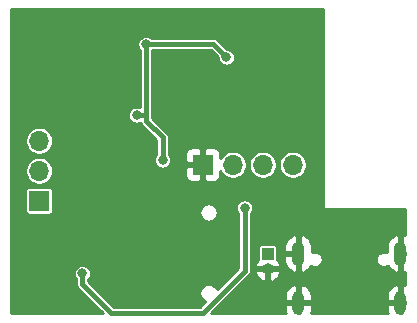
<source format=gbl>
G04 #@! TF.GenerationSoftware,KiCad,Pcbnew,(5.1.6)-1*
G04 #@! TF.CreationDate,2021-04-21T10:38:01+02:00*
G04 #@! TF.ProjectId,LactateStat_v1,4c616374-6174-4655-9374-61745f76312e,rev?*
G04 #@! TF.SameCoordinates,Original*
G04 #@! TF.FileFunction,Copper,L2,Bot*
G04 #@! TF.FilePolarity,Positive*
%FSLAX46Y46*%
G04 Gerber Fmt 4.6, Leading zero omitted, Abs format (unit mm)*
G04 Created by KiCad (PCBNEW (5.1.6)-1) date 2021-04-21 10:38:01*
%MOMM*%
%LPD*%
G01*
G04 APERTURE LIST*
G04 #@! TA.AperFunction,ComponentPad*
%ADD10C,0.908000*%
G04 #@! TD*
G04 #@! TA.AperFunction,ComponentPad*
%ADD11R,1.700000X1.700000*%
G04 #@! TD*
G04 #@! TA.AperFunction,ComponentPad*
%ADD12O,1.700000X1.700000*%
G04 #@! TD*
G04 #@! TA.AperFunction,ComponentPad*
%ADD13O,1.000000X2.000000*%
G04 #@! TD*
G04 #@! TA.AperFunction,ComponentPad*
%ADD14O,1.050000X2.100000*%
G04 #@! TD*
G04 #@! TA.AperFunction,ComponentPad*
%ADD15R,1.000000X1.000000*%
G04 #@! TD*
G04 #@! TA.AperFunction,ComponentPad*
%ADD16O,1.000000X1.000000*%
G04 #@! TD*
G04 #@! TA.AperFunction,ViaPad*
%ADD17C,0.800000*%
G04 #@! TD*
G04 #@! TA.AperFunction,ViaPad*
%ADD18C,0.600000*%
G04 #@! TD*
G04 #@! TA.AperFunction,Conductor*
%ADD19C,0.400000*%
G04 #@! TD*
G04 #@! TA.AperFunction,Conductor*
%ADD20C,0.254000*%
G04 #@! TD*
G04 APERTURE END LIST*
D10*
X156584001Y-91725000D03*
X156584001Y-90525000D03*
X156584001Y-89325000D03*
X156584001Y-88125000D03*
X155384001Y-91725000D03*
X155384001Y-90525000D03*
X155384001Y-89325000D03*
X155384001Y-88125000D03*
X154184001Y-91725000D03*
X154184001Y-90525000D03*
X154184001Y-89325000D03*
X154184001Y-88125000D03*
X152984001Y-91725000D03*
X152984001Y-90525000D03*
X152984001Y-89325000D03*
X152984001Y-88125000D03*
D11*
X155800000Y-95300000D03*
D12*
X158340000Y-95300000D03*
X160880000Y-95300000D03*
X163420000Y-95300000D03*
D13*
X163880000Y-107000000D03*
X172520000Y-107000000D03*
D14*
X163880000Y-102820000D03*
X172520000Y-102820000D03*
D15*
X161300000Y-102850000D03*
D16*
X161300000Y-104120000D03*
D11*
X141950000Y-98350000D03*
D12*
X141950000Y-95810000D03*
X141950000Y-93270000D03*
D17*
X148900000Y-87400000D03*
X148300000Y-86200000D03*
X153000000Y-82800000D03*
X151800000Y-83900000D03*
X157800000Y-83400000D03*
X156900000Y-84300000D03*
X158800000Y-83400000D03*
X160100000Y-83000000D03*
X162900000Y-86200000D03*
X151400000Y-93100000D03*
X150500000Y-94000000D03*
X151400000Y-94900000D03*
X162200000Y-86700000D03*
X162200000Y-87700000D03*
X162400000Y-89400000D03*
X162400000Y-91500000D03*
X145700000Y-86900000D03*
X144600000Y-83600000D03*
X149400000Y-85000000D03*
X165600000Y-84300000D03*
X165600000Y-85600000D03*
X165600000Y-86900000D03*
X165600000Y-88200000D03*
X165600000Y-89500000D03*
X165600000Y-90800000D03*
X165600000Y-92100000D03*
X165600000Y-93400000D03*
X165600000Y-94700000D03*
X165600000Y-96000000D03*
X165600000Y-97300000D03*
X165600000Y-98600000D03*
X171200000Y-99400000D03*
X172500000Y-99400000D03*
X162750000Y-83250000D03*
D18*
X143800000Y-86200000D03*
D17*
X169900000Y-99400000D03*
X168125000Y-101000000D03*
X148400000Y-91200000D03*
X147300000Y-91300000D03*
X146250000Y-91550000D03*
X145600000Y-89200000D03*
D18*
X148900000Y-89100000D03*
X149900000Y-89100000D03*
D17*
X149350000Y-107100000D03*
X148450000Y-106150000D03*
X149300000Y-100250000D03*
X148400000Y-101200000D03*
X164700000Y-98400000D03*
X160000000Y-105000000D03*
X160500000Y-106000000D03*
X161750000Y-106000000D03*
X157500000Y-97750000D03*
X166500000Y-99400000D03*
X147400000Y-103300000D03*
X147400000Y-104900000D03*
X144300000Y-89300000D03*
X141300000Y-89300000D03*
X141300000Y-90300000D03*
X149400000Y-94700000D03*
X148200000Y-95900000D03*
X146300000Y-95900000D03*
X153400000Y-96500000D03*
X153400000Y-95300000D03*
D18*
X149300000Y-90700000D03*
X147950000Y-89100000D03*
D17*
X143200000Y-107600000D03*
X140900000Y-105400000D03*
X140900000Y-102200000D03*
X144900000Y-98300000D03*
X150900000Y-98300000D03*
X152400000Y-94900000D03*
X157800000Y-86200000D03*
X151000000Y-85100000D03*
X150200000Y-91100000D03*
X145600000Y-104500000D03*
X159350000Y-98950000D03*
D19*
X156700000Y-85100000D02*
X157800000Y-86200000D01*
X151000000Y-85100000D02*
X156700000Y-85100000D01*
X152400000Y-92989998D02*
X151000000Y-91589998D01*
X152400000Y-94900000D02*
X152400000Y-92989998D01*
X151000000Y-91589998D02*
X151000000Y-91200000D01*
X151000000Y-91200000D02*
X151000000Y-90900000D01*
X151000000Y-90900000D02*
X151000000Y-85100000D01*
X150200000Y-91100000D02*
X150900000Y-91100000D01*
X150900000Y-91100000D02*
X151000000Y-91200000D01*
X159350000Y-98950000D02*
X159350000Y-104284002D01*
X155784001Y-107850001D02*
X148050001Y-107850001D01*
X159350000Y-104284002D02*
X155784001Y-107850001D01*
X145600000Y-105400000D02*
X145600000Y-104500000D01*
X148050001Y-107850001D02*
X145600000Y-105400000D01*
D20*
G36*
X165973000Y-98900000D02*
G01*
X165975440Y-98924776D01*
X165982667Y-98948601D01*
X165994403Y-98970557D01*
X166010197Y-98989803D01*
X166029443Y-99005597D01*
X166051399Y-99017333D01*
X166075224Y-99024560D01*
X166100000Y-99027000D01*
X172948001Y-99027000D01*
X172948001Y-101220025D01*
X172825810Y-101176036D01*
X172647000Y-101301837D01*
X172647000Y-102693000D01*
X172948001Y-102693000D01*
X172948001Y-102947000D01*
X172647000Y-102947000D01*
X172647000Y-104338163D01*
X172825810Y-104463964D01*
X172948001Y-104419974D01*
X172948001Y-105451019D01*
X172821874Y-105405881D01*
X172647000Y-105532046D01*
X172647000Y-106873000D01*
X172948001Y-106873000D01*
X172948001Y-107127000D01*
X172647000Y-107127000D01*
X172647000Y-107898000D01*
X172393000Y-107898000D01*
X172393000Y-107127000D01*
X171385000Y-107127000D01*
X171385000Y-107627000D01*
X171431585Y-107845987D01*
X171453942Y-107898000D01*
X164946058Y-107898000D01*
X164968415Y-107845987D01*
X165015000Y-107627000D01*
X165015000Y-107127000D01*
X164007000Y-107127000D01*
X164007000Y-107898000D01*
X163753000Y-107898000D01*
X163753000Y-107127000D01*
X162745000Y-107127000D01*
X162745000Y-107627000D01*
X162791585Y-107845987D01*
X162813942Y-107898000D01*
X156481291Y-107898000D01*
X158006291Y-106373000D01*
X162745000Y-106373000D01*
X162745000Y-106873000D01*
X163753000Y-106873000D01*
X163753000Y-105532046D01*
X164007000Y-105532046D01*
X164007000Y-106873000D01*
X165015000Y-106873000D01*
X165015000Y-106373000D01*
X171385000Y-106373000D01*
X171385000Y-106873000D01*
X172393000Y-106873000D01*
X172393000Y-105532046D01*
X172218126Y-105405881D01*
X171995024Y-105485724D01*
X171807236Y-105607631D01*
X171646839Y-105763831D01*
X171519997Y-105948322D01*
X171431585Y-106154013D01*
X171385000Y-106373000D01*
X165015000Y-106373000D01*
X164968415Y-106154013D01*
X164880003Y-105948322D01*
X164753161Y-105763831D01*
X164592764Y-105607631D01*
X164404976Y-105485724D01*
X164181874Y-105405881D01*
X164007000Y-105532046D01*
X163753000Y-105532046D01*
X163578126Y-105405881D01*
X163355024Y-105485724D01*
X163167236Y-105607631D01*
X163006839Y-105763831D01*
X162879997Y-105948322D01*
X162791585Y-106154013D01*
X162745000Y-106373000D01*
X158006291Y-106373000D01*
X159704339Y-104674953D01*
X159724448Y-104658450D01*
X159790304Y-104578204D01*
X159839239Y-104486652D01*
X159858889Y-104421874D01*
X160205881Y-104421874D01*
X160222554Y-104476864D01*
X160312877Y-104680206D01*
X160441135Y-104862020D01*
X160602399Y-105015318D01*
X160790471Y-105134210D01*
X160998124Y-105214126D01*
X161173000Y-105089129D01*
X161173000Y-104247000D01*
X161427000Y-104247000D01*
X161427000Y-105089129D01*
X161601876Y-105214126D01*
X161809529Y-105134210D01*
X161997601Y-105015318D01*
X162158865Y-104862020D01*
X162287123Y-104680206D01*
X162377446Y-104476864D01*
X162394119Y-104421874D01*
X162267954Y-104247000D01*
X161427000Y-104247000D01*
X161173000Y-104247000D01*
X160332046Y-104247000D01*
X160205881Y-104421874D01*
X159858889Y-104421874D01*
X159869374Y-104387312D01*
X159877000Y-104309883D01*
X159879549Y-104284003D01*
X159877000Y-104258122D01*
X159877000Y-103818126D01*
X160205881Y-103818126D01*
X160332046Y-103993000D01*
X161173000Y-103993000D01*
X161173000Y-103973000D01*
X161427000Y-103973000D01*
X161427000Y-103993000D01*
X162267954Y-103993000D01*
X162394119Y-103818126D01*
X162377446Y-103763136D01*
X162287123Y-103559794D01*
X162158865Y-103377980D01*
X162128582Y-103349193D01*
X162128582Y-102947000D01*
X162720000Y-102947000D01*
X162720000Y-103472000D01*
X162767066Y-103695865D01*
X162856901Y-103906246D01*
X162986053Y-104095059D01*
X163149559Y-104255047D01*
X163341136Y-104380063D01*
X163574190Y-104463964D01*
X163753000Y-104338163D01*
X163753000Y-102947000D01*
X162720000Y-102947000D01*
X162128582Y-102947000D01*
X162128582Y-102350000D01*
X162122268Y-102285897D01*
X162103570Y-102224257D01*
X162073500Y-102168000D01*
X162720000Y-102168000D01*
X162720000Y-102693000D01*
X163753000Y-102693000D01*
X163753000Y-101301837D01*
X164007000Y-101301837D01*
X164007000Y-102693000D01*
X164027000Y-102693000D01*
X164027000Y-102947000D01*
X164007000Y-102947000D01*
X164007000Y-104338163D01*
X164185810Y-104463964D01*
X164418864Y-104380063D01*
X164610441Y-104255047D01*
X164773947Y-104095059D01*
X164903099Y-103906246D01*
X164927675Y-103848693D01*
X165001162Y-103897795D01*
X165119819Y-103946944D01*
X165245784Y-103972000D01*
X165374216Y-103972000D01*
X165500181Y-103946944D01*
X165618838Y-103897795D01*
X165725626Y-103826442D01*
X165816442Y-103735626D01*
X165887795Y-103628838D01*
X165936944Y-103510181D01*
X165962000Y-103384216D01*
X165962000Y-103255784D01*
X170438000Y-103255784D01*
X170438000Y-103384216D01*
X170463056Y-103510181D01*
X170512205Y-103628838D01*
X170583558Y-103735626D01*
X170674374Y-103826442D01*
X170781162Y-103897795D01*
X170899819Y-103946944D01*
X171025784Y-103972000D01*
X171154216Y-103972000D01*
X171280181Y-103946944D01*
X171398838Y-103897795D01*
X171472325Y-103848693D01*
X171496901Y-103906246D01*
X171626053Y-104095059D01*
X171789559Y-104255047D01*
X171981136Y-104380063D01*
X172214190Y-104463964D01*
X172393000Y-104338163D01*
X172393000Y-102947000D01*
X172373000Y-102947000D01*
X172373000Y-102693000D01*
X172393000Y-102693000D01*
X172393000Y-101301837D01*
X172214190Y-101176036D01*
X171981136Y-101259937D01*
X171789559Y-101384953D01*
X171626053Y-101544941D01*
X171496901Y-101733754D01*
X171407066Y-101944135D01*
X171360000Y-102168000D01*
X171360000Y-102726118D01*
X171280181Y-102693056D01*
X171154216Y-102668000D01*
X171025784Y-102668000D01*
X170899819Y-102693056D01*
X170781162Y-102742205D01*
X170674374Y-102813558D01*
X170583558Y-102904374D01*
X170512205Y-103011162D01*
X170463056Y-103129819D01*
X170438000Y-103255784D01*
X165962000Y-103255784D01*
X165936944Y-103129819D01*
X165887795Y-103011162D01*
X165816442Y-102904374D01*
X165725626Y-102813558D01*
X165618838Y-102742205D01*
X165500181Y-102693056D01*
X165374216Y-102668000D01*
X165245784Y-102668000D01*
X165119819Y-102693056D01*
X165040000Y-102726118D01*
X165040000Y-102168000D01*
X164992934Y-101944135D01*
X164903099Y-101733754D01*
X164773947Y-101544941D01*
X164610441Y-101384953D01*
X164418864Y-101259937D01*
X164185810Y-101176036D01*
X164007000Y-101301837D01*
X163753000Y-101301837D01*
X163574190Y-101176036D01*
X163341136Y-101259937D01*
X163149559Y-101384953D01*
X162986053Y-101544941D01*
X162856901Y-101733754D01*
X162767066Y-101944135D01*
X162720000Y-102168000D01*
X162073500Y-102168000D01*
X162073206Y-102167450D01*
X162032343Y-102117657D01*
X161982550Y-102076794D01*
X161925743Y-102046430D01*
X161864103Y-102027732D01*
X161800000Y-102021418D01*
X160800000Y-102021418D01*
X160735897Y-102027732D01*
X160674257Y-102046430D01*
X160617450Y-102076794D01*
X160567657Y-102117657D01*
X160526794Y-102167450D01*
X160496430Y-102224257D01*
X160477732Y-102285897D01*
X160471418Y-102350000D01*
X160471418Y-103349193D01*
X160441135Y-103377980D01*
X160312877Y-103559794D01*
X160222554Y-103763136D01*
X160205881Y-103818126D01*
X159877000Y-103818126D01*
X159877000Y-99451134D01*
X159914698Y-99413436D01*
X159994259Y-99294364D01*
X160049062Y-99162058D01*
X160077000Y-99021603D01*
X160077000Y-98878397D01*
X160049062Y-98737942D01*
X159994259Y-98605636D01*
X159914698Y-98486564D01*
X159813436Y-98385302D01*
X159694364Y-98305741D01*
X159562058Y-98250938D01*
X159421603Y-98223000D01*
X159278397Y-98223000D01*
X159137942Y-98250938D01*
X159005636Y-98305741D01*
X158886564Y-98385302D01*
X158785302Y-98486564D01*
X158705741Y-98605636D01*
X158650938Y-98737942D01*
X158623000Y-98878397D01*
X158623000Y-99021603D01*
X158650938Y-99162058D01*
X158705741Y-99294364D01*
X158785302Y-99413436D01*
X158823000Y-99451134D01*
X158823001Y-104065711D01*
X157023187Y-105865526D01*
X156988569Y-105781952D01*
X156903536Y-105654691D01*
X156795309Y-105546464D01*
X156668048Y-105461431D01*
X156526643Y-105402859D01*
X156376528Y-105373000D01*
X156223472Y-105373000D01*
X156073357Y-105402859D01*
X155931952Y-105461431D01*
X155804691Y-105546464D01*
X155696464Y-105654691D01*
X155611431Y-105781952D01*
X155552859Y-105923357D01*
X155523000Y-106073472D01*
X155523000Y-106226528D01*
X155552859Y-106376643D01*
X155611431Y-106518048D01*
X155696464Y-106645309D01*
X155804691Y-106753536D01*
X155931952Y-106838569D01*
X156015526Y-106873187D01*
X155565712Y-107323001D01*
X148268292Y-107323001D01*
X146127000Y-105181711D01*
X146127000Y-105001134D01*
X146164698Y-104963436D01*
X146244259Y-104844364D01*
X146299062Y-104712058D01*
X146327000Y-104571603D01*
X146327000Y-104428397D01*
X146299062Y-104287942D01*
X146244259Y-104155636D01*
X146164698Y-104036564D01*
X146063436Y-103935302D01*
X145944364Y-103855741D01*
X145812058Y-103800938D01*
X145671603Y-103773000D01*
X145528397Y-103773000D01*
X145387942Y-103800938D01*
X145255636Y-103855741D01*
X145136564Y-103935302D01*
X145035302Y-104036564D01*
X144955741Y-104155636D01*
X144900938Y-104287942D01*
X144873000Y-104428397D01*
X144873000Y-104571603D01*
X144900938Y-104712058D01*
X144955741Y-104844364D01*
X145035302Y-104963436D01*
X145073000Y-105001134D01*
X145073000Y-105374119D01*
X145070451Y-105400000D01*
X145073000Y-105425880D01*
X145080626Y-105503309D01*
X145110761Y-105602649D01*
X145159696Y-105694202D01*
X145225552Y-105774448D01*
X145245666Y-105790955D01*
X147352709Y-107898000D01*
X139602000Y-107898000D01*
X139602000Y-97500000D01*
X140771418Y-97500000D01*
X140771418Y-99200000D01*
X140777732Y-99264103D01*
X140796430Y-99325743D01*
X140826794Y-99382550D01*
X140867657Y-99432343D01*
X140917450Y-99473206D01*
X140974257Y-99503570D01*
X141035897Y-99522268D01*
X141100000Y-99528582D01*
X142800000Y-99528582D01*
X142864103Y-99522268D01*
X142925743Y-99503570D01*
X142982550Y-99473206D01*
X143032343Y-99432343D01*
X143073206Y-99382550D01*
X143103570Y-99325743D01*
X143119425Y-99273472D01*
X155523000Y-99273472D01*
X155523000Y-99426528D01*
X155552859Y-99576643D01*
X155611431Y-99718048D01*
X155696464Y-99845309D01*
X155804691Y-99953536D01*
X155931952Y-100038569D01*
X156073357Y-100097141D01*
X156223472Y-100127000D01*
X156376528Y-100127000D01*
X156526643Y-100097141D01*
X156668048Y-100038569D01*
X156795309Y-99953536D01*
X156903536Y-99845309D01*
X156988569Y-99718048D01*
X157047141Y-99576643D01*
X157077000Y-99426528D01*
X157077000Y-99273472D01*
X157047141Y-99123357D01*
X156988569Y-98981952D01*
X156903536Y-98854691D01*
X156795309Y-98746464D01*
X156668048Y-98661431D01*
X156526643Y-98602859D01*
X156376528Y-98573000D01*
X156223472Y-98573000D01*
X156073357Y-98602859D01*
X155931952Y-98661431D01*
X155804691Y-98746464D01*
X155696464Y-98854691D01*
X155611431Y-98981952D01*
X155552859Y-99123357D01*
X155523000Y-99273472D01*
X143119425Y-99273472D01*
X143122268Y-99264103D01*
X143128582Y-99200000D01*
X143128582Y-97500000D01*
X143122268Y-97435897D01*
X143103570Y-97374257D01*
X143073206Y-97317450D01*
X143032343Y-97267657D01*
X142982550Y-97226794D01*
X142925743Y-97196430D01*
X142864103Y-97177732D01*
X142800000Y-97171418D01*
X141100000Y-97171418D01*
X141035897Y-97177732D01*
X140974257Y-97196430D01*
X140917450Y-97226794D01*
X140867657Y-97267657D01*
X140826794Y-97317450D01*
X140796430Y-97374257D01*
X140777732Y-97435897D01*
X140771418Y-97500000D01*
X139602000Y-97500000D01*
X139602000Y-95694076D01*
X140773000Y-95694076D01*
X140773000Y-95925924D01*
X140818231Y-96153318D01*
X140906956Y-96367519D01*
X141035764Y-96560294D01*
X141199706Y-96724236D01*
X141392481Y-96853044D01*
X141606682Y-96941769D01*
X141834076Y-96987000D01*
X142065924Y-96987000D01*
X142293318Y-96941769D01*
X142507519Y-96853044D01*
X142700294Y-96724236D01*
X142864236Y-96560294D01*
X142993044Y-96367519D01*
X143081769Y-96153318D01*
X143082428Y-96150000D01*
X154311928Y-96150000D01*
X154324188Y-96274482D01*
X154360498Y-96394180D01*
X154419463Y-96504494D01*
X154498815Y-96601185D01*
X154595506Y-96680537D01*
X154705820Y-96739502D01*
X154825518Y-96775812D01*
X154950000Y-96788072D01*
X155514250Y-96785000D01*
X155673000Y-96626250D01*
X155673000Y-95427000D01*
X154473750Y-95427000D01*
X154315000Y-95585750D01*
X154311928Y-96150000D01*
X143082428Y-96150000D01*
X143127000Y-95925924D01*
X143127000Y-95694076D01*
X143081769Y-95466682D01*
X142993044Y-95252481D01*
X142864236Y-95059706D01*
X142700294Y-94895764D01*
X142507519Y-94766956D01*
X142293318Y-94678231D01*
X142065924Y-94633000D01*
X141834076Y-94633000D01*
X141606682Y-94678231D01*
X141392481Y-94766956D01*
X141199706Y-94895764D01*
X141035764Y-95059706D01*
X140906956Y-95252481D01*
X140818231Y-95466682D01*
X140773000Y-95694076D01*
X139602000Y-95694076D01*
X139602000Y-93154076D01*
X140773000Y-93154076D01*
X140773000Y-93385924D01*
X140818231Y-93613318D01*
X140906956Y-93827519D01*
X141035764Y-94020294D01*
X141199706Y-94184236D01*
X141392481Y-94313044D01*
X141606682Y-94401769D01*
X141834076Y-94447000D01*
X142065924Y-94447000D01*
X142293318Y-94401769D01*
X142507519Y-94313044D01*
X142700294Y-94184236D01*
X142864236Y-94020294D01*
X142993044Y-93827519D01*
X143081769Y-93613318D01*
X143127000Y-93385924D01*
X143127000Y-93154076D01*
X143081769Y-92926682D01*
X142993044Y-92712481D01*
X142864236Y-92519706D01*
X142700294Y-92355764D01*
X142507519Y-92226956D01*
X142293318Y-92138231D01*
X142065924Y-92093000D01*
X141834076Y-92093000D01*
X141606682Y-92138231D01*
X141392481Y-92226956D01*
X141199706Y-92355764D01*
X141035764Y-92519706D01*
X140906956Y-92712481D01*
X140818231Y-92926682D01*
X140773000Y-93154076D01*
X139602000Y-93154076D01*
X139602000Y-91028397D01*
X149473000Y-91028397D01*
X149473000Y-91171603D01*
X149500938Y-91312058D01*
X149555741Y-91444364D01*
X149635302Y-91563436D01*
X149736564Y-91664698D01*
X149855636Y-91744259D01*
X149987942Y-91799062D01*
X150128397Y-91827000D01*
X150271603Y-91827000D01*
X150412058Y-91799062D01*
X150501472Y-91762026D01*
X150510761Y-91792647D01*
X150559696Y-91884200D01*
X150625552Y-91964446D01*
X150645666Y-91980953D01*
X151873001Y-93208289D01*
X151873000Y-94398866D01*
X151835302Y-94436564D01*
X151755741Y-94555636D01*
X151700938Y-94687942D01*
X151673000Y-94828397D01*
X151673000Y-94971603D01*
X151700938Y-95112058D01*
X151755741Y-95244364D01*
X151835302Y-95363436D01*
X151936564Y-95464698D01*
X152055636Y-95544259D01*
X152187942Y-95599062D01*
X152328397Y-95627000D01*
X152471603Y-95627000D01*
X152612058Y-95599062D01*
X152744364Y-95544259D01*
X152863436Y-95464698D01*
X152964698Y-95363436D01*
X153044259Y-95244364D01*
X153099062Y-95112058D01*
X153127000Y-94971603D01*
X153127000Y-94828397D01*
X153099062Y-94687942D01*
X153044259Y-94555636D01*
X152973676Y-94450000D01*
X154311928Y-94450000D01*
X154315000Y-95014250D01*
X154473750Y-95173000D01*
X155673000Y-95173000D01*
X155673000Y-93973750D01*
X155927000Y-93973750D01*
X155927000Y-95173000D01*
X155947000Y-95173000D01*
X155947000Y-95427000D01*
X155927000Y-95427000D01*
X155927000Y-96626250D01*
X156085750Y-96785000D01*
X156650000Y-96788072D01*
X156774482Y-96775812D01*
X156894180Y-96739502D01*
X157004494Y-96680537D01*
X157101185Y-96601185D01*
X157180537Y-96504494D01*
X157239502Y-96394180D01*
X157275812Y-96274482D01*
X157288072Y-96150000D01*
X157286340Y-95831890D01*
X157296956Y-95857519D01*
X157425764Y-96050294D01*
X157589706Y-96214236D01*
X157782481Y-96343044D01*
X157996682Y-96431769D01*
X158224076Y-96477000D01*
X158455924Y-96477000D01*
X158683318Y-96431769D01*
X158897519Y-96343044D01*
X159090294Y-96214236D01*
X159254236Y-96050294D01*
X159383044Y-95857519D01*
X159471769Y-95643318D01*
X159517000Y-95415924D01*
X159517000Y-95184076D01*
X159703000Y-95184076D01*
X159703000Y-95415924D01*
X159748231Y-95643318D01*
X159836956Y-95857519D01*
X159965764Y-96050294D01*
X160129706Y-96214236D01*
X160322481Y-96343044D01*
X160536682Y-96431769D01*
X160764076Y-96477000D01*
X160995924Y-96477000D01*
X161223318Y-96431769D01*
X161437519Y-96343044D01*
X161630294Y-96214236D01*
X161794236Y-96050294D01*
X161923044Y-95857519D01*
X162011769Y-95643318D01*
X162057000Y-95415924D01*
X162057000Y-95184076D01*
X162243000Y-95184076D01*
X162243000Y-95415924D01*
X162288231Y-95643318D01*
X162376956Y-95857519D01*
X162505764Y-96050294D01*
X162669706Y-96214236D01*
X162862481Y-96343044D01*
X163076682Y-96431769D01*
X163304076Y-96477000D01*
X163535924Y-96477000D01*
X163763318Y-96431769D01*
X163977519Y-96343044D01*
X164170294Y-96214236D01*
X164334236Y-96050294D01*
X164463044Y-95857519D01*
X164551769Y-95643318D01*
X164597000Y-95415924D01*
X164597000Y-95184076D01*
X164551769Y-94956682D01*
X164463044Y-94742481D01*
X164334236Y-94549706D01*
X164170294Y-94385764D01*
X163977519Y-94256956D01*
X163763318Y-94168231D01*
X163535924Y-94123000D01*
X163304076Y-94123000D01*
X163076682Y-94168231D01*
X162862481Y-94256956D01*
X162669706Y-94385764D01*
X162505764Y-94549706D01*
X162376956Y-94742481D01*
X162288231Y-94956682D01*
X162243000Y-95184076D01*
X162057000Y-95184076D01*
X162011769Y-94956682D01*
X161923044Y-94742481D01*
X161794236Y-94549706D01*
X161630294Y-94385764D01*
X161437519Y-94256956D01*
X161223318Y-94168231D01*
X160995924Y-94123000D01*
X160764076Y-94123000D01*
X160536682Y-94168231D01*
X160322481Y-94256956D01*
X160129706Y-94385764D01*
X159965764Y-94549706D01*
X159836956Y-94742481D01*
X159748231Y-94956682D01*
X159703000Y-95184076D01*
X159517000Y-95184076D01*
X159471769Y-94956682D01*
X159383044Y-94742481D01*
X159254236Y-94549706D01*
X159090294Y-94385764D01*
X158897519Y-94256956D01*
X158683318Y-94168231D01*
X158455924Y-94123000D01*
X158224076Y-94123000D01*
X157996682Y-94168231D01*
X157782481Y-94256956D01*
X157589706Y-94385764D01*
X157425764Y-94549706D01*
X157296956Y-94742481D01*
X157286340Y-94768110D01*
X157288072Y-94450000D01*
X157275812Y-94325518D01*
X157239502Y-94205820D01*
X157180537Y-94095506D01*
X157101185Y-93998815D01*
X157004494Y-93919463D01*
X156894180Y-93860498D01*
X156774482Y-93824188D01*
X156650000Y-93811928D01*
X156085750Y-93815000D01*
X155927000Y-93973750D01*
X155673000Y-93973750D01*
X155514250Y-93815000D01*
X154950000Y-93811928D01*
X154825518Y-93824188D01*
X154705820Y-93860498D01*
X154595506Y-93919463D01*
X154498815Y-93998815D01*
X154419463Y-94095506D01*
X154360498Y-94205820D01*
X154324188Y-94325518D01*
X154311928Y-94450000D01*
X152973676Y-94450000D01*
X152964698Y-94436564D01*
X152927000Y-94398866D01*
X152927000Y-93015879D01*
X152929549Y-92989998D01*
X152919374Y-92886688D01*
X152889239Y-92787348D01*
X152840304Y-92695796D01*
X152774448Y-92615550D01*
X152754339Y-92599047D01*
X151527000Y-91371709D01*
X151527000Y-91225877D01*
X151529549Y-91199999D01*
X151527000Y-91174119D01*
X151527000Y-85627000D01*
X156481711Y-85627000D01*
X157073000Y-86218290D01*
X157073000Y-86271603D01*
X157100938Y-86412058D01*
X157155741Y-86544364D01*
X157235302Y-86663436D01*
X157336564Y-86764698D01*
X157455636Y-86844259D01*
X157587942Y-86899062D01*
X157728397Y-86927000D01*
X157871603Y-86927000D01*
X158012058Y-86899062D01*
X158144364Y-86844259D01*
X158263436Y-86764698D01*
X158364698Y-86663436D01*
X158444259Y-86544364D01*
X158499062Y-86412058D01*
X158527000Y-86271603D01*
X158527000Y-86128397D01*
X158499062Y-85987942D01*
X158444259Y-85855636D01*
X158364698Y-85736564D01*
X158263436Y-85635302D01*
X158144364Y-85555741D01*
X158012058Y-85500938D01*
X157871603Y-85473000D01*
X157818290Y-85473000D01*
X157090955Y-84745666D01*
X157074448Y-84725552D01*
X156994202Y-84659696D01*
X156902650Y-84610761D01*
X156803310Y-84580626D01*
X156725881Y-84573000D01*
X156700000Y-84570451D01*
X156674119Y-84573000D01*
X151501134Y-84573000D01*
X151463436Y-84535302D01*
X151344364Y-84455741D01*
X151212058Y-84400938D01*
X151071603Y-84373000D01*
X150928397Y-84373000D01*
X150787942Y-84400938D01*
X150655636Y-84455741D01*
X150536564Y-84535302D01*
X150435302Y-84636564D01*
X150355741Y-84755636D01*
X150300938Y-84887942D01*
X150273000Y-85028397D01*
X150273000Y-85171603D01*
X150300938Y-85312058D01*
X150355741Y-85444364D01*
X150435302Y-85563436D01*
X150473001Y-85601135D01*
X150473000Y-90426181D01*
X150412058Y-90400938D01*
X150271603Y-90373000D01*
X150128397Y-90373000D01*
X149987942Y-90400938D01*
X149855636Y-90455741D01*
X149736564Y-90535302D01*
X149635302Y-90636564D01*
X149555741Y-90755636D01*
X149500938Y-90887942D01*
X149473000Y-91028397D01*
X139602000Y-91028397D01*
X139602000Y-82102000D01*
X165973000Y-82102000D01*
X165973000Y-98900000D01*
G37*
X165973000Y-98900000D02*
X165975440Y-98924776D01*
X165982667Y-98948601D01*
X165994403Y-98970557D01*
X166010197Y-98989803D01*
X166029443Y-99005597D01*
X166051399Y-99017333D01*
X166075224Y-99024560D01*
X166100000Y-99027000D01*
X172948001Y-99027000D01*
X172948001Y-101220025D01*
X172825810Y-101176036D01*
X172647000Y-101301837D01*
X172647000Y-102693000D01*
X172948001Y-102693000D01*
X172948001Y-102947000D01*
X172647000Y-102947000D01*
X172647000Y-104338163D01*
X172825810Y-104463964D01*
X172948001Y-104419974D01*
X172948001Y-105451019D01*
X172821874Y-105405881D01*
X172647000Y-105532046D01*
X172647000Y-106873000D01*
X172948001Y-106873000D01*
X172948001Y-107127000D01*
X172647000Y-107127000D01*
X172647000Y-107898000D01*
X172393000Y-107898000D01*
X172393000Y-107127000D01*
X171385000Y-107127000D01*
X171385000Y-107627000D01*
X171431585Y-107845987D01*
X171453942Y-107898000D01*
X164946058Y-107898000D01*
X164968415Y-107845987D01*
X165015000Y-107627000D01*
X165015000Y-107127000D01*
X164007000Y-107127000D01*
X164007000Y-107898000D01*
X163753000Y-107898000D01*
X163753000Y-107127000D01*
X162745000Y-107127000D01*
X162745000Y-107627000D01*
X162791585Y-107845987D01*
X162813942Y-107898000D01*
X156481291Y-107898000D01*
X158006291Y-106373000D01*
X162745000Y-106373000D01*
X162745000Y-106873000D01*
X163753000Y-106873000D01*
X163753000Y-105532046D01*
X164007000Y-105532046D01*
X164007000Y-106873000D01*
X165015000Y-106873000D01*
X165015000Y-106373000D01*
X171385000Y-106373000D01*
X171385000Y-106873000D01*
X172393000Y-106873000D01*
X172393000Y-105532046D01*
X172218126Y-105405881D01*
X171995024Y-105485724D01*
X171807236Y-105607631D01*
X171646839Y-105763831D01*
X171519997Y-105948322D01*
X171431585Y-106154013D01*
X171385000Y-106373000D01*
X165015000Y-106373000D01*
X164968415Y-106154013D01*
X164880003Y-105948322D01*
X164753161Y-105763831D01*
X164592764Y-105607631D01*
X164404976Y-105485724D01*
X164181874Y-105405881D01*
X164007000Y-105532046D01*
X163753000Y-105532046D01*
X163578126Y-105405881D01*
X163355024Y-105485724D01*
X163167236Y-105607631D01*
X163006839Y-105763831D01*
X162879997Y-105948322D01*
X162791585Y-106154013D01*
X162745000Y-106373000D01*
X158006291Y-106373000D01*
X159704339Y-104674953D01*
X159724448Y-104658450D01*
X159790304Y-104578204D01*
X159839239Y-104486652D01*
X159858889Y-104421874D01*
X160205881Y-104421874D01*
X160222554Y-104476864D01*
X160312877Y-104680206D01*
X160441135Y-104862020D01*
X160602399Y-105015318D01*
X160790471Y-105134210D01*
X160998124Y-105214126D01*
X161173000Y-105089129D01*
X161173000Y-104247000D01*
X161427000Y-104247000D01*
X161427000Y-105089129D01*
X161601876Y-105214126D01*
X161809529Y-105134210D01*
X161997601Y-105015318D01*
X162158865Y-104862020D01*
X162287123Y-104680206D01*
X162377446Y-104476864D01*
X162394119Y-104421874D01*
X162267954Y-104247000D01*
X161427000Y-104247000D01*
X161173000Y-104247000D01*
X160332046Y-104247000D01*
X160205881Y-104421874D01*
X159858889Y-104421874D01*
X159869374Y-104387312D01*
X159877000Y-104309883D01*
X159879549Y-104284003D01*
X159877000Y-104258122D01*
X159877000Y-103818126D01*
X160205881Y-103818126D01*
X160332046Y-103993000D01*
X161173000Y-103993000D01*
X161173000Y-103973000D01*
X161427000Y-103973000D01*
X161427000Y-103993000D01*
X162267954Y-103993000D01*
X162394119Y-103818126D01*
X162377446Y-103763136D01*
X162287123Y-103559794D01*
X162158865Y-103377980D01*
X162128582Y-103349193D01*
X162128582Y-102947000D01*
X162720000Y-102947000D01*
X162720000Y-103472000D01*
X162767066Y-103695865D01*
X162856901Y-103906246D01*
X162986053Y-104095059D01*
X163149559Y-104255047D01*
X163341136Y-104380063D01*
X163574190Y-104463964D01*
X163753000Y-104338163D01*
X163753000Y-102947000D01*
X162720000Y-102947000D01*
X162128582Y-102947000D01*
X162128582Y-102350000D01*
X162122268Y-102285897D01*
X162103570Y-102224257D01*
X162073500Y-102168000D01*
X162720000Y-102168000D01*
X162720000Y-102693000D01*
X163753000Y-102693000D01*
X163753000Y-101301837D01*
X164007000Y-101301837D01*
X164007000Y-102693000D01*
X164027000Y-102693000D01*
X164027000Y-102947000D01*
X164007000Y-102947000D01*
X164007000Y-104338163D01*
X164185810Y-104463964D01*
X164418864Y-104380063D01*
X164610441Y-104255047D01*
X164773947Y-104095059D01*
X164903099Y-103906246D01*
X164927675Y-103848693D01*
X165001162Y-103897795D01*
X165119819Y-103946944D01*
X165245784Y-103972000D01*
X165374216Y-103972000D01*
X165500181Y-103946944D01*
X165618838Y-103897795D01*
X165725626Y-103826442D01*
X165816442Y-103735626D01*
X165887795Y-103628838D01*
X165936944Y-103510181D01*
X165962000Y-103384216D01*
X165962000Y-103255784D01*
X170438000Y-103255784D01*
X170438000Y-103384216D01*
X170463056Y-103510181D01*
X170512205Y-103628838D01*
X170583558Y-103735626D01*
X170674374Y-103826442D01*
X170781162Y-103897795D01*
X170899819Y-103946944D01*
X171025784Y-103972000D01*
X171154216Y-103972000D01*
X171280181Y-103946944D01*
X171398838Y-103897795D01*
X171472325Y-103848693D01*
X171496901Y-103906246D01*
X171626053Y-104095059D01*
X171789559Y-104255047D01*
X171981136Y-104380063D01*
X172214190Y-104463964D01*
X172393000Y-104338163D01*
X172393000Y-102947000D01*
X172373000Y-102947000D01*
X172373000Y-102693000D01*
X172393000Y-102693000D01*
X172393000Y-101301837D01*
X172214190Y-101176036D01*
X171981136Y-101259937D01*
X171789559Y-101384953D01*
X171626053Y-101544941D01*
X171496901Y-101733754D01*
X171407066Y-101944135D01*
X171360000Y-102168000D01*
X171360000Y-102726118D01*
X171280181Y-102693056D01*
X171154216Y-102668000D01*
X171025784Y-102668000D01*
X170899819Y-102693056D01*
X170781162Y-102742205D01*
X170674374Y-102813558D01*
X170583558Y-102904374D01*
X170512205Y-103011162D01*
X170463056Y-103129819D01*
X170438000Y-103255784D01*
X165962000Y-103255784D01*
X165936944Y-103129819D01*
X165887795Y-103011162D01*
X165816442Y-102904374D01*
X165725626Y-102813558D01*
X165618838Y-102742205D01*
X165500181Y-102693056D01*
X165374216Y-102668000D01*
X165245784Y-102668000D01*
X165119819Y-102693056D01*
X165040000Y-102726118D01*
X165040000Y-102168000D01*
X164992934Y-101944135D01*
X164903099Y-101733754D01*
X164773947Y-101544941D01*
X164610441Y-101384953D01*
X164418864Y-101259937D01*
X164185810Y-101176036D01*
X164007000Y-101301837D01*
X163753000Y-101301837D01*
X163574190Y-101176036D01*
X163341136Y-101259937D01*
X163149559Y-101384953D01*
X162986053Y-101544941D01*
X162856901Y-101733754D01*
X162767066Y-101944135D01*
X162720000Y-102168000D01*
X162073500Y-102168000D01*
X162073206Y-102167450D01*
X162032343Y-102117657D01*
X161982550Y-102076794D01*
X161925743Y-102046430D01*
X161864103Y-102027732D01*
X161800000Y-102021418D01*
X160800000Y-102021418D01*
X160735897Y-102027732D01*
X160674257Y-102046430D01*
X160617450Y-102076794D01*
X160567657Y-102117657D01*
X160526794Y-102167450D01*
X160496430Y-102224257D01*
X160477732Y-102285897D01*
X160471418Y-102350000D01*
X160471418Y-103349193D01*
X160441135Y-103377980D01*
X160312877Y-103559794D01*
X160222554Y-103763136D01*
X160205881Y-103818126D01*
X159877000Y-103818126D01*
X159877000Y-99451134D01*
X159914698Y-99413436D01*
X159994259Y-99294364D01*
X160049062Y-99162058D01*
X160077000Y-99021603D01*
X160077000Y-98878397D01*
X160049062Y-98737942D01*
X159994259Y-98605636D01*
X159914698Y-98486564D01*
X159813436Y-98385302D01*
X159694364Y-98305741D01*
X159562058Y-98250938D01*
X159421603Y-98223000D01*
X159278397Y-98223000D01*
X159137942Y-98250938D01*
X159005636Y-98305741D01*
X158886564Y-98385302D01*
X158785302Y-98486564D01*
X158705741Y-98605636D01*
X158650938Y-98737942D01*
X158623000Y-98878397D01*
X158623000Y-99021603D01*
X158650938Y-99162058D01*
X158705741Y-99294364D01*
X158785302Y-99413436D01*
X158823000Y-99451134D01*
X158823001Y-104065711D01*
X157023187Y-105865526D01*
X156988569Y-105781952D01*
X156903536Y-105654691D01*
X156795309Y-105546464D01*
X156668048Y-105461431D01*
X156526643Y-105402859D01*
X156376528Y-105373000D01*
X156223472Y-105373000D01*
X156073357Y-105402859D01*
X155931952Y-105461431D01*
X155804691Y-105546464D01*
X155696464Y-105654691D01*
X155611431Y-105781952D01*
X155552859Y-105923357D01*
X155523000Y-106073472D01*
X155523000Y-106226528D01*
X155552859Y-106376643D01*
X155611431Y-106518048D01*
X155696464Y-106645309D01*
X155804691Y-106753536D01*
X155931952Y-106838569D01*
X156015526Y-106873187D01*
X155565712Y-107323001D01*
X148268292Y-107323001D01*
X146127000Y-105181711D01*
X146127000Y-105001134D01*
X146164698Y-104963436D01*
X146244259Y-104844364D01*
X146299062Y-104712058D01*
X146327000Y-104571603D01*
X146327000Y-104428397D01*
X146299062Y-104287942D01*
X146244259Y-104155636D01*
X146164698Y-104036564D01*
X146063436Y-103935302D01*
X145944364Y-103855741D01*
X145812058Y-103800938D01*
X145671603Y-103773000D01*
X145528397Y-103773000D01*
X145387942Y-103800938D01*
X145255636Y-103855741D01*
X145136564Y-103935302D01*
X145035302Y-104036564D01*
X144955741Y-104155636D01*
X144900938Y-104287942D01*
X144873000Y-104428397D01*
X144873000Y-104571603D01*
X144900938Y-104712058D01*
X144955741Y-104844364D01*
X145035302Y-104963436D01*
X145073000Y-105001134D01*
X145073000Y-105374119D01*
X145070451Y-105400000D01*
X145073000Y-105425880D01*
X145080626Y-105503309D01*
X145110761Y-105602649D01*
X145159696Y-105694202D01*
X145225552Y-105774448D01*
X145245666Y-105790955D01*
X147352709Y-107898000D01*
X139602000Y-107898000D01*
X139602000Y-97500000D01*
X140771418Y-97500000D01*
X140771418Y-99200000D01*
X140777732Y-99264103D01*
X140796430Y-99325743D01*
X140826794Y-99382550D01*
X140867657Y-99432343D01*
X140917450Y-99473206D01*
X140974257Y-99503570D01*
X141035897Y-99522268D01*
X141100000Y-99528582D01*
X142800000Y-99528582D01*
X142864103Y-99522268D01*
X142925743Y-99503570D01*
X142982550Y-99473206D01*
X143032343Y-99432343D01*
X143073206Y-99382550D01*
X143103570Y-99325743D01*
X143119425Y-99273472D01*
X155523000Y-99273472D01*
X155523000Y-99426528D01*
X155552859Y-99576643D01*
X155611431Y-99718048D01*
X155696464Y-99845309D01*
X155804691Y-99953536D01*
X155931952Y-100038569D01*
X156073357Y-100097141D01*
X156223472Y-100127000D01*
X156376528Y-100127000D01*
X156526643Y-100097141D01*
X156668048Y-100038569D01*
X156795309Y-99953536D01*
X156903536Y-99845309D01*
X156988569Y-99718048D01*
X157047141Y-99576643D01*
X157077000Y-99426528D01*
X157077000Y-99273472D01*
X157047141Y-99123357D01*
X156988569Y-98981952D01*
X156903536Y-98854691D01*
X156795309Y-98746464D01*
X156668048Y-98661431D01*
X156526643Y-98602859D01*
X156376528Y-98573000D01*
X156223472Y-98573000D01*
X156073357Y-98602859D01*
X155931952Y-98661431D01*
X155804691Y-98746464D01*
X155696464Y-98854691D01*
X155611431Y-98981952D01*
X155552859Y-99123357D01*
X155523000Y-99273472D01*
X143119425Y-99273472D01*
X143122268Y-99264103D01*
X143128582Y-99200000D01*
X143128582Y-97500000D01*
X143122268Y-97435897D01*
X143103570Y-97374257D01*
X143073206Y-97317450D01*
X143032343Y-97267657D01*
X142982550Y-97226794D01*
X142925743Y-97196430D01*
X142864103Y-97177732D01*
X142800000Y-97171418D01*
X141100000Y-97171418D01*
X141035897Y-97177732D01*
X140974257Y-97196430D01*
X140917450Y-97226794D01*
X140867657Y-97267657D01*
X140826794Y-97317450D01*
X140796430Y-97374257D01*
X140777732Y-97435897D01*
X140771418Y-97500000D01*
X139602000Y-97500000D01*
X139602000Y-95694076D01*
X140773000Y-95694076D01*
X140773000Y-95925924D01*
X140818231Y-96153318D01*
X140906956Y-96367519D01*
X141035764Y-96560294D01*
X141199706Y-96724236D01*
X141392481Y-96853044D01*
X141606682Y-96941769D01*
X141834076Y-96987000D01*
X142065924Y-96987000D01*
X142293318Y-96941769D01*
X142507519Y-96853044D01*
X142700294Y-96724236D01*
X142864236Y-96560294D01*
X142993044Y-96367519D01*
X143081769Y-96153318D01*
X143082428Y-96150000D01*
X154311928Y-96150000D01*
X154324188Y-96274482D01*
X154360498Y-96394180D01*
X154419463Y-96504494D01*
X154498815Y-96601185D01*
X154595506Y-96680537D01*
X154705820Y-96739502D01*
X154825518Y-96775812D01*
X154950000Y-96788072D01*
X155514250Y-96785000D01*
X155673000Y-96626250D01*
X155673000Y-95427000D01*
X154473750Y-95427000D01*
X154315000Y-95585750D01*
X154311928Y-96150000D01*
X143082428Y-96150000D01*
X143127000Y-95925924D01*
X143127000Y-95694076D01*
X143081769Y-95466682D01*
X142993044Y-95252481D01*
X142864236Y-95059706D01*
X142700294Y-94895764D01*
X142507519Y-94766956D01*
X142293318Y-94678231D01*
X142065924Y-94633000D01*
X141834076Y-94633000D01*
X141606682Y-94678231D01*
X141392481Y-94766956D01*
X141199706Y-94895764D01*
X141035764Y-95059706D01*
X140906956Y-95252481D01*
X140818231Y-95466682D01*
X140773000Y-95694076D01*
X139602000Y-95694076D01*
X139602000Y-93154076D01*
X140773000Y-93154076D01*
X140773000Y-93385924D01*
X140818231Y-93613318D01*
X140906956Y-93827519D01*
X141035764Y-94020294D01*
X141199706Y-94184236D01*
X141392481Y-94313044D01*
X141606682Y-94401769D01*
X141834076Y-94447000D01*
X142065924Y-94447000D01*
X142293318Y-94401769D01*
X142507519Y-94313044D01*
X142700294Y-94184236D01*
X142864236Y-94020294D01*
X142993044Y-93827519D01*
X143081769Y-93613318D01*
X143127000Y-93385924D01*
X143127000Y-93154076D01*
X143081769Y-92926682D01*
X142993044Y-92712481D01*
X142864236Y-92519706D01*
X142700294Y-92355764D01*
X142507519Y-92226956D01*
X142293318Y-92138231D01*
X142065924Y-92093000D01*
X141834076Y-92093000D01*
X141606682Y-92138231D01*
X141392481Y-92226956D01*
X141199706Y-92355764D01*
X141035764Y-92519706D01*
X140906956Y-92712481D01*
X140818231Y-92926682D01*
X140773000Y-93154076D01*
X139602000Y-93154076D01*
X139602000Y-91028397D01*
X149473000Y-91028397D01*
X149473000Y-91171603D01*
X149500938Y-91312058D01*
X149555741Y-91444364D01*
X149635302Y-91563436D01*
X149736564Y-91664698D01*
X149855636Y-91744259D01*
X149987942Y-91799062D01*
X150128397Y-91827000D01*
X150271603Y-91827000D01*
X150412058Y-91799062D01*
X150501472Y-91762026D01*
X150510761Y-91792647D01*
X150559696Y-91884200D01*
X150625552Y-91964446D01*
X150645666Y-91980953D01*
X151873001Y-93208289D01*
X151873000Y-94398866D01*
X151835302Y-94436564D01*
X151755741Y-94555636D01*
X151700938Y-94687942D01*
X151673000Y-94828397D01*
X151673000Y-94971603D01*
X151700938Y-95112058D01*
X151755741Y-95244364D01*
X151835302Y-95363436D01*
X151936564Y-95464698D01*
X152055636Y-95544259D01*
X152187942Y-95599062D01*
X152328397Y-95627000D01*
X152471603Y-95627000D01*
X152612058Y-95599062D01*
X152744364Y-95544259D01*
X152863436Y-95464698D01*
X152964698Y-95363436D01*
X153044259Y-95244364D01*
X153099062Y-95112058D01*
X153127000Y-94971603D01*
X153127000Y-94828397D01*
X153099062Y-94687942D01*
X153044259Y-94555636D01*
X152973676Y-94450000D01*
X154311928Y-94450000D01*
X154315000Y-95014250D01*
X154473750Y-95173000D01*
X155673000Y-95173000D01*
X155673000Y-93973750D01*
X155927000Y-93973750D01*
X155927000Y-95173000D01*
X155947000Y-95173000D01*
X155947000Y-95427000D01*
X155927000Y-95427000D01*
X155927000Y-96626250D01*
X156085750Y-96785000D01*
X156650000Y-96788072D01*
X156774482Y-96775812D01*
X156894180Y-96739502D01*
X157004494Y-96680537D01*
X157101185Y-96601185D01*
X157180537Y-96504494D01*
X157239502Y-96394180D01*
X157275812Y-96274482D01*
X157288072Y-96150000D01*
X157286340Y-95831890D01*
X157296956Y-95857519D01*
X157425764Y-96050294D01*
X157589706Y-96214236D01*
X157782481Y-96343044D01*
X157996682Y-96431769D01*
X158224076Y-96477000D01*
X158455924Y-96477000D01*
X158683318Y-96431769D01*
X158897519Y-96343044D01*
X159090294Y-96214236D01*
X159254236Y-96050294D01*
X159383044Y-95857519D01*
X159471769Y-95643318D01*
X159517000Y-95415924D01*
X159517000Y-95184076D01*
X159703000Y-95184076D01*
X159703000Y-95415924D01*
X159748231Y-95643318D01*
X159836956Y-95857519D01*
X159965764Y-96050294D01*
X160129706Y-96214236D01*
X160322481Y-96343044D01*
X160536682Y-96431769D01*
X160764076Y-96477000D01*
X160995924Y-96477000D01*
X161223318Y-96431769D01*
X161437519Y-96343044D01*
X161630294Y-96214236D01*
X161794236Y-96050294D01*
X161923044Y-95857519D01*
X162011769Y-95643318D01*
X162057000Y-95415924D01*
X162057000Y-95184076D01*
X162243000Y-95184076D01*
X162243000Y-95415924D01*
X162288231Y-95643318D01*
X162376956Y-95857519D01*
X162505764Y-96050294D01*
X162669706Y-96214236D01*
X162862481Y-96343044D01*
X163076682Y-96431769D01*
X163304076Y-96477000D01*
X163535924Y-96477000D01*
X163763318Y-96431769D01*
X163977519Y-96343044D01*
X164170294Y-96214236D01*
X164334236Y-96050294D01*
X164463044Y-95857519D01*
X164551769Y-95643318D01*
X164597000Y-95415924D01*
X164597000Y-95184076D01*
X164551769Y-94956682D01*
X164463044Y-94742481D01*
X164334236Y-94549706D01*
X164170294Y-94385764D01*
X163977519Y-94256956D01*
X163763318Y-94168231D01*
X163535924Y-94123000D01*
X163304076Y-94123000D01*
X163076682Y-94168231D01*
X162862481Y-94256956D01*
X162669706Y-94385764D01*
X162505764Y-94549706D01*
X162376956Y-94742481D01*
X162288231Y-94956682D01*
X162243000Y-95184076D01*
X162057000Y-95184076D01*
X162011769Y-94956682D01*
X161923044Y-94742481D01*
X161794236Y-94549706D01*
X161630294Y-94385764D01*
X161437519Y-94256956D01*
X161223318Y-94168231D01*
X160995924Y-94123000D01*
X160764076Y-94123000D01*
X160536682Y-94168231D01*
X160322481Y-94256956D01*
X160129706Y-94385764D01*
X159965764Y-94549706D01*
X159836956Y-94742481D01*
X159748231Y-94956682D01*
X159703000Y-95184076D01*
X159517000Y-95184076D01*
X159471769Y-94956682D01*
X159383044Y-94742481D01*
X159254236Y-94549706D01*
X159090294Y-94385764D01*
X158897519Y-94256956D01*
X158683318Y-94168231D01*
X158455924Y-94123000D01*
X158224076Y-94123000D01*
X157996682Y-94168231D01*
X157782481Y-94256956D01*
X157589706Y-94385764D01*
X157425764Y-94549706D01*
X157296956Y-94742481D01*
X157286340Y-94768110D01*
X157288072Y-94450000D01*
X157275812Y-94325518D01*
X157239502Y-94205820D01*
X157180537Y-94095506D01*
X157101185Y-93998815D01*
X157004494Y-93919463D01*
X156894180Y-93860498D01*
X156774482Y-93824188D01*
X156650000Y-93811928D01*
X156085750Y-93815000D01*
X155927000Y-93973750D01*
X155673000Y-93973750D01*
X155514250Y-93815000D01*
X154950000Y-93811928D01*
X154825518Y-93824188D01*
X154705820Y-93860498D01*
X154595506Y-93919463D01*
X154498815Y-93998815D01*
X154419463Y-94095506D01*
X154360498Y-94205820D01*
X154324188Y-94325518D01*
X154311928Y-94450000D01*
X152973676Y-94450000D01*
X152964698Y-94436564D01*
X152927000Y-94398866D01*
X152927000Y-93015879D01*
X152929549Y-92989998D01*
X152919374Y-92886688D01*
X152889239Y-92787348D01*
X152840304Y-92695796D01*
X152774448Y-92615550D01*
X152754339Y-92599047D01*
X151527000Y-91371709D01*
X151527000Y-91225877D01*
X151529549Y-91199999D01*
X151527000Y-91174119D01*
X151527000Y-85627000D01*
X156481711Y-85627000D01*
X157073000Y-86218290D01*
X157073000Y-86271603D01*
X157100938Y-86412058D01*
X157155741Y-86544364D01*
X157235302Y-86663436D01*
X157336564Y-86764698D01*
X157455636Y-86844259D01*
X157587942Y-86899062D01*
X157728397Y-86927000D01*
X157871603Y-86927000D01*
X158012058Y-86899062D01*
X158144364Y-86844259D01*
X158263436Y-86764698D01*
X158364698Y-86663436D01*
X158444259Y-86544364D01*
X158499062Y-86412058D01*
X158527000Y-86271603D01*
X158527000Y-86128397D01*
X158499062Y-85987942D01*
X158444259Y-85855636D01*
X158364698Y-85736564D01*
X158263436Y-85635302D01*
X158144364Y-85555741D01*
X158012058Y-85500938D01*
X157871603Y-85473000D01*
X157818290Y-85473000D01*
X157090955Y-84745666D01*
X157074448Y-84725552D01*
X156994202Y-84659696D01*
X156902650Y-84610761D01*
X156803310Y-84580626D01*
X156725881Y-84573000D01*
X156700000Y-84570451D01*
X156674119Y-84573000D01*
X151501134Y-84573000D01*
X151463436Y-84535302D01*
X151344364Y-84455741D01*
X151212058Y-84400938D01*
X151071603Y-84373000D01*
X150928397Y-84373000D01*
X150787942Y-84400938D01*
X150655636Y-84455741D01*
X150536564Y-84535302D01*
X150435302Y-84636564D01*
X150355741Y-84755636D01*
X150300938Y-84887942D01*
X150273000Y-85028397D01*
X150273000Y-85171603D01*
X150300938Y-85312058D01*
X150355741Y-85444364D01*
X150435302Y-85563436D01*
X150473001Y-85601135D01*
X150473000Y-90426181D01*
X150412058Y-90400938D01*
X150271603Y-90373000D01*
X150128397Y-90373000D01*
X149987942Y-90400938D01*
X149855636Y-90455741D01*
X149736564Y-90535302D01*
X149635302Y-90636564D01*
X149555741Y-90755636D01*
X149500938Y-90887942D01*
X149473000Y-91028397D01*
X139602000Y-91028397D01*
X139602000Y-82102000D01*
X165973000Y-82102000D01*
X165973000Y-98900000D01*
M02*

</source>
